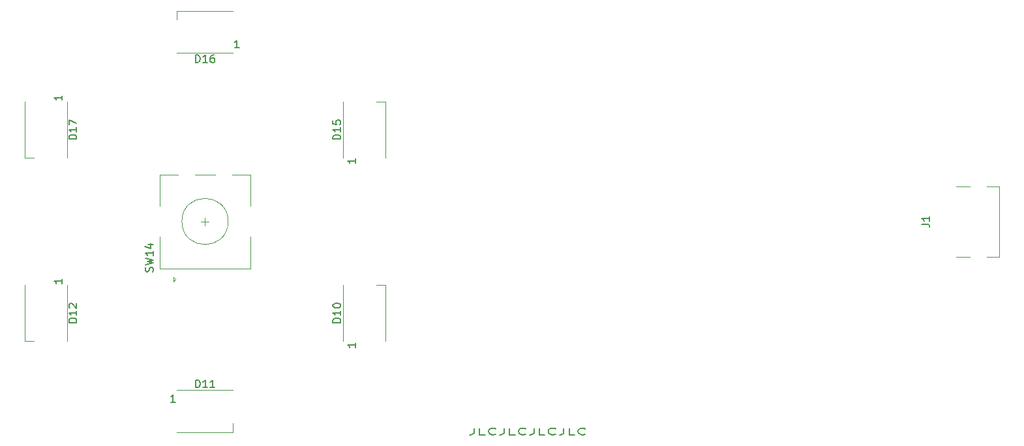
<source format=gto>
G04 #@! TF.GenerationSoftware,KiCad,Pcbnew,7.0.1*
G04 #@! TF.CreationDate,2023-04-28T03:37:42-07:00*
G04 #@! TF.ProjectId,jam-pad,6a616d2d-7061-4642-9e6b-696361645f70,rev?*
G04 #@! TF.SameCoordinates,Original*
G04 #@! TF.FileFunction,Legend,Top*
G04 #@! TF.FilePolarity,Positive*
%FSLAX46Y46*%
G04 Gerber Fmt 4.6, Leading zero omitted, Abs format (unit mm)*
G04 Created by KiCad (PCBNEW 7.0.1) date 2023-04-28 03:37:42*
%MOMM*%
%LPD*%
G01*
G04 APERTURE LIST*
%ADD10C,0.187500*%
%ADD11C,0.150000*%
%ADD12C,0.120000*%
G04 APERTURE END LIST*
D10*
X95247202Y-80847121D02*
X95247202Y-81425692D01*
X95247202Y-81425692D02*
X95175297Y-81541407D01*
X95175297Y-81541407D02*
X95031488Y-81618550D01*
X95031488Y-81618550D02*
X94815773Y-81657121D01*
X94815773Y-81657121D02*
X94671964Y-81657121D01*
X96685297Y-81657121D02*
X95966249Y-81657121D01*
X95966249Y-81657121D02*
X95966249Y-80847121D01*
X98051487Y-81579978D02*
X97979583Y-81618550D01*
X97979583Y-81618550D02*
X97763868Y-81657121D01*
X97763868Y-81657121D02*
X97620059Y-81657121D01*
X97620059Y-81657121D02*
X97404345Y-81618550D01*
X97404345Y-81618550D02*
X97260535Y-81541407D01*
X97260535Y-81541407D02*
X97188630Y-81464264D01*
X97188630Y-81464264D02*
X97116726Y-81309978D01*
X97116726Y-81309978D02*
X97116726Y-81194264D01*
X97116726Y-81194264D02*
X97188630Y-81039978D01*
X97188630Y-81039978D02*
X97260535Y-80962835D01*
X97260535Y-80962835D02*
X97404345Y-80885692D01*
X97404345Y-80885692D02*
X97620059Y-80847121D01*
X97620059Y-80847121D02*
X97763868Y-80847121D01*
X97763868Y-80847121D02*
X97979583Y-80885692D01*
X97979583Y-80885692D02*
X98051487Y-80924264D01*
X99130059Y-80847121D02*
X99130059Y-81425692D01*
X99130059Y-81425692D02*
X99058154Y-81541407D01*
X99058154Y-81541407D02*
X98914345Y-81618550D01*
X98914345Y-81618550D02*
X98698630Y-81657121D01*
X98698630Y-81657121D02*
X98554821Y-81657121D01*
X100568154Y-81657121D02*
X99849106Y-81657121D01*
X99849106Y-81657121D02*
X99849106Y-80847121D01*
X101934344Y-81579978D02*
X101862440Y-81618550D01*
X101862440Y-81618550D02*
X101646725Y-81657121D01*
X101646725Y-81657121D02*
X101502916Y-81657121D01*
X101502916Y-81657121D02*
X101287202Y-81618550D01*
X101287202Y-81618550D02*
X101143392Y-81541407D01*
X101143392Y-81541407D02*
X101071487Y-81464264D01*
X101071487Y-81464264D02*
X100999583Y-81309978D01*
X100999583Y-81309978D02*
X100999583Y-81194264D01*
X100999583Y-81194264D02*
X101071487Y-81039978D01*
X101071487Y-81039978D02*
X101143392Y-80962835D01*
X101143392Y-80962835D02*
X101287202Y-80885692D01*
X101287202Y-80885692D02*
X101502916Y-80847121D01*
X101502916Y-80847121D02*
X101646725Y-80847121D01*
X101646725Y-80847121D02*
X101862440Y-80885692D01*
X101862440Y-80885692D02*
X101934344Y-80924264D01*
X103012916Y-80847121D02*
X103012916Y-81425692D01*
X103012916Y-81425692D02*
X102941011Y-81541407D01*
X102941011Y-81541407D02*
X102797202Y-81618550D01*
X102797202Y-81618550D02*
X102581487Y-81657121D01*
X102581487Y-81657121D02*
X102437678Y-81657121D01*
X104451011Y-81657121D02*
X103731963Y-81657121D01*
X103731963Y-81657121D02*
X103731963Y-80847121D01*
X105817201Y-81579978D02*
X105745297Y-81618550D01*
X105745297Y-81618550D02*
X105529582Y-81657121D01*
X105529582Y-81657121D02*
X105385773Y-81657121D01*
X105385773Y-81657121D02*
X105170059Y-81618550D01*
X105170059Y-81618550D02*
X105026249Y-81541407D01*
X105026249Y-81541407D02*
X104954344Y-81464264D01*
X104954344Y-81464264D02*
X104882440Y-81309978D01*
X104882440Y-81309978D02*
X104882440Y-81194264D01*
X104882440Y-81194264D02*
X104954344Y-81039978D01*
X104954344Y-81039978D02*
X105026249Y-80962835D01*
X105026249Y-80962835D02*
X105170059Y-80885692D01*
X105170059Y-80885692D02*
X105385773Y-80847121D01*
X105385773Y-80847121D02*
X105529582Y-80847121D01*
X105529582Y-80847121D02*
X105745297Y-80885692D01*
X105745297Y-80885692D02*
X105817201Y-80924264D01*
X106895773Y-80847121D02*
X106895773Y-81425692D01*
X106895773Y-81425692D02*
X106823868Y-81541407D01*
X106823868Y-81541407D02*
X106680059Y-81618550D01*
X106680059Y-81618550D02*
X106464344Y-81657121D01*
X106464344Y-81657121D02*
X106320535Y-81657121D01*
X108333868Y-81657121D02*
X107614820Y-81657121D01*
X107614820Y-81657121D02*
X107614820Y-80847121D01*
X109700058Y-81579978D02*
X109628154Y-81618550D01*
X109628154Y-81618550D02*
X109412439Y-81657121D01*
X109412439Y-81657121D02*
X109268630Y-81657121D01*
X109268630Y-81657121D02*
X109052916Y-81618550D01*
X109052916Y-81618550D02*
X108909106Y-81541407D01*
X108909106Y-81541407D02*
X108837201Y-81464264D01*
X108837201Y-81464264D02*
X108765297Y-81309978D01*
X108765297Y-81309978D02*
X108765297Y-81194264D01*
X108765297Y-81194264D02*
X108837201Y-81039978D01*
X108837201Y-81039978D02*
X108909106Y-80962835D01*
X108909106Y-80962835D02*
X109052916Y-80885692D01*
X109052916Y-80885692D02*
X109268630Y-80847121D01*
X109268630Y-80847121D02*
X109412439Y-80847121D01*
X109412439Y-80847121D02*
X109628154Y-80885692D01*
X109628154Y-80885692D02*
X109700058Y-80924264D01*
D11*
G04 #@! TO.C,SW14*
X53540000Y-60484523D02*
X53587619Y-60341666D01*
X53587619Y-60341666D02*
X53587619Y-60103571D01*
X53587619Y-60103571D02*
X53540000Y-60008333D01*
X53540000Y-60008333D02*
X53492380Y-59960714D01*
X53492380Y-59960714D02*
X53397142Y-59913095D01*
X53397142Y-59913095D02*
X53301904Y-59913095D01*
X53301904Y-59913095D02*
X53206666Y-59960714D01*
X53206666Y-59960714D02*
X53159047Y-60008333D01*
X53159047Y-60008333D02*
X53111428Y-60103571D01*
X53111428Y-60103571D02*
X53063809Y-60294047D01*
X53063809Y-60294047D02*
X53016190Y-60389285D01*
X53016190Y-60389285D02*
X52968571Y-60436904D01*
X52968571Y-60436904D02*
X52873333Y-60484523D01*
X52873333Y-60484523D02*
X52778095Y-60484523D01*
X52778095Y-60484523D02*
X52682857Y-60436904D01*
X52682857Y-60436904D02*
X52635238Y-60389285D01*
X52635238Y-60389285D02*
X52587619Y-60294047D01*
X52587619Y-60294047D02*
X52587619Y-60055952D01*
X52587619Y-60055952D02*
X52635238Y-59913095D01*
X52587619Y-59579761D02*
X53587619Y-59341666D01*
X53587619Y-59341666D02*
X52873333Y-59151190D01*
X52873333Y-59151190D02*
X53587619Y-58960714D01*
X53587619Y-58960714D02*
X52587619Y-58722619D01*
X53587619Y-57817857D02*
X53587619Y-58389285D01*
X53587619Y-58103571D02*
X52587619Y-58103571D01*
X52587619Y-58103571D02*
X52730476Y-58198809D01*
X52730476Y-58198809D02*
X52825714Y-58294047D01*
X52825714Y-58294047D02*
X52873333Y-58389285D01*
X52920952Y-56960714D02*
X53587619Y-56960714D01*
X52540000Y-57198809D02*
X53254285Y-57436904D01*
X53254285Y-57436904D02*
X53254285Y-56817857D01*
G04 #@! TO.C,J1*
X153374494Y-54308333D02*
X154088779Y-54308333D01*
X154088779Y-54308333D02*
X154231636Y-54355952D01*
X154231636Y-54355952D02*
X154326875Y-54451190D01*
X154326875Y-54451190D02*
X154374494Y-54594047D01*
X154374494Y-54594047D02*
X154374494Y-54689285D01*
X154374494Y-53308333D02*
X154374494Y-53879761D01*
X154374494Y-53594047D02*
X153374494Y-53594047D01*
X153374494Y-53594047D02*
X153517351Y-53689285D01*
X153517351Y-53689285D02*
X153612589Y-53784523D01*
X153612589Y-53784523D02*
X153660208Y-53879761D01*
G04 #@! TO.C,D16*
X59110714Y-33331369D02*
X59110714Y-32331369D01*
X59110714Y-32331369D02*
X59348809Y-32331369D01*
X59348809Y-32331369D02*
X59491666Y-32378988D01*
X59491666Y-32378988D02*
X59586904Y-32474226D01*
X59586904Y-32474226D02*
X59634523Y-32569464D01*
X59634523Y-32569464D02*
X59682142Y-32759940D01*
X59682142Y-32759940D02*
X59682142Y-32902797D01*
X59682142Y-32902797D02*
X59634523Y-33093273D01*
X59634523Y-33093273D02*
X59586904Y-33188511D01*
X59586904Y-33188511D02*
X59491666Y-33283750D01*
X59491666Y-33283750D02*
X59348809Y-33331369D01*
X59348809Y-33331369D02*
X59110714Y-33331369D01*
X60634523Y-33331369D02*
X60063095Y-33331369D01*
X60348809Y-33331369D02*
X60348809Y-32331369D01*
X60348809Y-32331369D02*
X60253571Y-32474226D01*
X60253571Y-32474226D02*
X60158333Y-32569464D01*
X60158333Y-32569464D02*
X60063095Y-32617083D01*
X61491666Y-32331369D02*
X61301190Y-32331369D01*
X61301190Y-32331369D02*
X61205952Y-32378988D01*
X61205952Y-32378988D02*
X61158333Y-32426607D01*
X61158333Y-32426607D02*
X61063095Y-32569464D01*
X61063095Y-32569464D02*
X61015476Y-32759940D01*
X61015476Y-32759940D02*
X61015476Y-33140892D01*
X61015476Y-33140892D02*
X61063095Y-33236130D01*
X61063095Y-33236130D02*
X61110714Y-33283750D01*
X61110714Y-33283750D02*
X61205952Y-33331369D01*
X61205952Y-33331369D02*
X61396428Y-33331369D01*
X61396428Y-33331369D02*
X61491666Y-33283750D01*
X61491666Y-33283750D02*
X61539285Y-33236130D01*
X61539285Y-33236130D02*
X61586904Y-33140892D01*
X61586904Y-33140892D02*
X61586904Y-32902797D01*
X61586904Y-32902797D02*
X61539285Y-32807559D01*
X61539285Y-32807559D02*
X61491666Y-32759940D01*
X61491666Y-32759940D02*
X61396428Y-32712321D01*
X61396428Y-32712321D02*
X61205952Y-32712321D01*
X61205952Y-32712321D02*
X61110714Y-32759940D01*
X61110714Y-32759940D02*
X61063095Y-32807559D01*
X61063095Y-32807559D02*
X61015476Y-32902797D01*
X64760714Y-31431369D02*
X64189286Y-31431369D01*
X64475000Y-31431369D02*
X64475000Y-30431369D01*
X64475000Y-30431369D02*
X64379762Y-30574226D01*
X64379762Y-30574226D02*
X64284524Y-30669464D01*
X64284524Y-30669464D02*
X64189286Y-30717083D01*
G04 #@! TO.C,D17*
X43650119Y-43283035D02*
X42650119Y-43283035D01*
X42650119Y-43283035D02*
X42650119Y-43044940D01*
X42650119Y-43044940D02*
X42697738Y-42902083D01*
X42697738Y-42902083D02*
X42792976Y-42806845D01*
X42792976Y-42806845D02*
X42888214Y-42759226D01*
X42888214Y-42759226D02*
X43078690Y-42711607D01*
X43078690Y-42711607D02*
X43221547Y-42711607D01*
X43221547Y-42711607D02*
X43412023Y-42759226D01*
X43412023Y-42759226D02*
X43507261Y-42806845D01*
X43507261Y-42806845D02*
X43602500Y-42902083D01*
X43602500Y-42902083D02*
X43650119Y-43044940D01*
X43650119Y-43044940D02*
X43650119Y-43283035D01*
X43650119Y-41759226D02*
X43650119Y-42330654D01*
X43650119Y-42044940D02*
X42650119Y-42044940D01*
X42650119Y-42044940D02*
X42792976Y-42140178D01*
X42792976Y-42140178D02*
X42888214Y-42235416D01*
X42888214Y-42235416D02*
X42935833Y-42330654D01*
X42650119Y-41425892D02*
X42650119Y-40759226D01*
X42650119Y-40759226D02*
X43650119Y-41187797D01*
X41750119Y-37633035D02*
X41750119Y-38204463D01*
X41750119Y-37918749D02*
X40750119Y-37918749D01*
X40750119Y-37918749D02*
X40892976Y-38013987D01*
X40892976Y-38013987D02*
X40988214Y-38109225D01*
X40988214Y-38109225D02*
X41035833Y-38204463D01*
G04 #@! TO.C,D12*
X43650119Y-67095535D02*
X42650119Y-67095535D01*
X42650119Y-67095535D02*
X42650119Y-66857440D01*
X42650119Y-66857440D02*
X42697738Y-66714583D01*
X42697738Y-66714583D02*
X42792976Y-66619345D01*
X42792976Y-66619345D02*
X42888214Y-66571726D01*
X42888214Y-66571726D02*
X43078690Y-66524107D01*
X43078690Y-66524107D02*
X43221547Y-66524107D01*
X43221547Y-66524107D02*
X43412023Y-66571726D01*
X43412023Y-66571726D02*
X43507261Y-66619345D01*
X43507261Y-66619345D02*
X43602500Y-66714583D01*
X43602500Y-66714583D02*
X43650119Y-66857440D01*
X43650119Y-66857440D02*
X43650119Y-67095535D01*
X43650119Y-65571726D02*
X43650119Y-66143154D01*
X43650119Y-65857440D02*
X42650119Y-65857440D01*
X42650119Y-65857440D02*
X42792976Y-65952678D01*
X42792976Y-65952678D02*
X42888214Y-66047916D01*
X42888214Y-66047916D02*
X42935833Y-66143154D01*
X42745357Y-65190773D02*
X42697738Y-65143154D01*
X42697738Y-65143154D02*
X42650119Y-65047916D01*
X42650119Y-65047916D02*
X42650119Y-64809821D01*
X42650119Y-64809821D02*
X42697738Y-64714583D01*
X42697738Y-64714583D02*
X42745357Y-64666964D01*
X42745357Y-64666964D02*
X42840595Y-64619345D01*
X42840595Y-64619345D02*
X42935833Y-64619345D01*
X42935833Y-64619345D02*
X43078690Y-64666964D01*
X43078690Y-64666964D02*
X43650119Y-65238392D01*
X43650119Y-65238392D02*
X43650119Y-64619345D01*
X41750119Y-61445535D02*
X41750119Y-62016963D01*
X41750119Y-61731249D02*
X40750119Y-61731249D01*
X40750119Y-61731249D02*
X40892976Y-61826487D01*
X40892976Y-61826487D02*
X40988214Y-61921725D01*
X40988214Y-61921725D02*
X41035833Y-62016963D01*
G04 #@! TO.C,D10*
X77925119Y-67095535D02*
X76925119Y-67095535D01*
X76925119Y-67095535D02*
X76925119Y-66857440D01*
X76925119Y-66857440D02*
X76972738Y-66714583D01*
X76972738Y-66714583D02*
X77067976Y-66619345D01*
X77067976Y-66619345D02*
X77163214Y-66571726D01*
X77163214Y-66571726D02*
X77353690Y-66524107D01*
X77353690Y-66524107D02*
X77496547Y-66524107D01*
X77496547Y-66524107D02*
X77687023Y-66571726D01*
X77687023Y-66571726D02*
X77782261Y-66619345D01*
X77782261Y-66619345D02*
X77877500Y-66714583D01*
X77877500Y-66714583D02*
X77925119Y-66857440D01*
X77925119Y-66857440D02*
X77925119Y-67095535D01*
X77925119Y-65571726D02*
X77925119Y-66143154D01*
X77925119Y-65857440D02*
X76925119Y-65857440D01*
X76925119Y-65857440D02*
X77067976Y-65952678D01*
X77067976Y-65952678D02*
X77163214Y-66047916D01*
X77163214Y-66047916D02*
X77210833Y-66143154D01*
X76925119Y-64952678D02*
X76925119Y-64857440D01*
X76925119Y-64857440D02*
X76972738Y-64762202D01*
X76972738Y-64762202D02*
X77020357Y-64714583D01*
X77020357Y-64714583D02*
X77115595Y-64666964D01*
X77115595Y-64666964D02*
X77306071Y-64619345D01*
X77306071Y-64619345D02*
X77544166Y-64619345D01*
X77544166Y-64619345D02*
X77734642Y-64666964D01*
X77734642Y-64666964D02*
X77829880Y-64714583D01*
X77829880Y-64714583D02*
X77877500Y-64762202D01*
X77877500Y-64762202D02*
X77925119Y-64857440D01*
X77925119Y-64857440D02*
X77925119Y-64952678D01*
X77925119Y-64952678D02*
X77877500Y-65047916D01*
X77877500Y-65047916D02*
X77829880Y-65095535D01*
X77829880Y-65095535D02*
X77734642Y-65143154D01*
X77734642Y-65143154D02*
X77544166Y-65190773D01*
X77544166Y-65190773D02*
X77306071Y-65190773D01*
X77306071Y-65190773D02*
X77115595Y-65143154D01*
X77115595Y-65143154D02*
X77020357Y-65095535D01*
X77020357Y-65095535D02*
X76972738Y-65047916D01*
X76972738Y-65047916D02*
X76925119Y-64952678D01*
X79825119Y-69745535D02*
X79825119Y-70316963D01*
X79825119Y-70031249D02*
X78825119Y-70031249D01*
X78825119Y-70031249D02*
X78967976Y-70126487D01*
X78967976Y-70126487D02*
X79063214Y-70221725D01*
X79063214Y-70221725D02*
X79110833Y-70316963D01*
G04 #@! TO.C,D15*
X77925119Y-43283035D02*
X76925119Y-43283035D01*
X76925119Y-43283035D02*
X76925119Y-43044940D01*
X76925119Y-43044940D02*
X76972738Y-42902083D01*
X76972738Y-42902083D02*
X77067976Y-42806845D01*
X77067976Y-42806845D02*
X77163214Y-42759226D01*
X77163214Y-42759226D02*
X77353690Y-42711607D01*
X77353690Y-42711607D02*
X77496547Y-42711607D01*
X77496547Y-42711607D02*
X77687023Y-42759226D01*
X77687023Y-42759226D02*
X77782261Y-42806845D01*
X77782261Y-42806845D02*
X77877500Y-42902083D01*
X77877500Y-42902083D02*
X77925119Y-43044940D01*
X77925119Y-43044940D02*
X77925119Y-43283035D01*
X77925119Y-41759226D02*
X77925119Y-42330654D01*
X77925119Y-42044940D02*
X76925119Y-42044940D01*
X76925119Y-42044940D02*
X77067976Y-42140178D01*
X77067976Y-42140178D02*
X77163214Y-42235416D01*
X77163214Y-42235416D02*
X77210833Y-42330654D01*
X76925119Y-40854464D02*
X76925119Y-41330654D01*
X76925119Y-41330654D02*
X77401309Y-41378273D01*
X77401309Y-41378273D02*
X77353690Y-41330654D01*
X77353690Y-41330654D02*
X77306071Y-41235416D01*
X77306071Y-41235416D02*
X77306071Y-40997321D01*
X77306071Y-40997321D02*
X77353690Y-40902083D01*
X77353690Y-40902083D02*
X77401309Y-40854464D01*
X77401309Y-40854464D02*
X77496547Y-40806845D01*
X77496547Y-40806845D02*
X77734642Y-40806845D01*
X77734642Y-40806845D02*
X77829880Y-40854464D01*
X77829880Y-40854464D02*
X77877500Y-40902083D01*
X77877500Y-40902083D02*
X77925119Y-40997321D01*
X77925119Y-40997321D02*
X77925119Y-41235416D01*
X77925119Y-41235416D02*
X77877500Y-41330654D01*
X77877500Y-41330654D02*
X77829880Y-41378273D01*
X79837619Y-45815285D02*
X79837619Y-46386713D01*
X79837619Y-46100999D02*
X78837619Y-46100999D01*
X78837619Y-46100999D02*
X78980476Y-46196237D01*
X78980476Y-46196237D02*
X79075714Y-46291475D01*
X79075714Y-46291475D02*
X79123333Y-46386713D01*
G04 #@! TO.C,D11*
X59110714Y-75543869D02*
X59110714Y-74543869D01*
X59110714Y-74543869D02*
X59348809Y-74543869D01*
X59348809Y-74543869D02*
X59491666Y-74591488D01*
X59491666Y-74591488D02*
X59586904Y-74686726D01*
X59586904Y-74686726D02*
X59634523Y-74781964D01*
X59634523Y-74781964D02*
X59682142Y-74972440D01*
X59682142Y-74972440D02*
X59682142Y-75115297D01*
X59682142Y-75115297D02*
X59634523Y-75305773D01*
X59634523Y-75305773D02*
X59586904Y-75401011D01*
X59586904Y-75401011D02*
X59491666Y-75496250D01*
X59491666Y-75496250D02*
X59348809Y-75543869D01*
X59348809Y-75543869D02*
X59110714Y-75543869D01*
X60634523Y-75543869D02*
X60063095Y-75543869D01*
X60348809Y-75543869D02*
X60348809Y-74543869D01*
X60348809Y-74543869D02*
X60253571Y-74686726D01*
X60253571Y-74686726D02*
X60158333Y-74781964D01*
X60158333Y-74781964D02*
X60063095Y-74829583D01*
X61586904Y-75543869D02*
X61015476Y-75543869D01*
X61301190Y-75543869D02*
X61301190Y-74543869D01*
X61301190Y-74543869D02*
X61205952Y-74686726D01*
X61205952Y-74686726D02*
X61110714Y-74781964D01*
X61110714Y-74781964D02*
X61015476Y-74829583D01*
X56460714Y-77443869D02*
X55889286Y-77443869D01*
X56175000Y-77443869D02*
X56175000Y-76443869D01*
X56175000Y-76443869D02*
X56079762Y-76586726D01*
X56079762Y-76586726D02*
X55984524Y-76681964D01*
X55984524Y-76681964D02*
X55889286Y-76729583D01*
D12*
G04 #@! TO.C,SW14*
X56225000Y-61775000D02*
X56225000Y-61175000D01*
X56525000Y-61475000D02*
X56225000Y-61775000D01*
X56225000Y-61175000D02*
X56525000Y-61475000D01*
X54425000Y-60075000D02*
X66225000Y-60075000D01*
X54425000Y-55975000D02*
X54425000Y-60075000D01*
X66225000Y-55975000D02*
X66225000Y-60075000D01*
X60325000Y-54475000D02*
X60325000Y-53475000D01*
X59825000Y-53975000D02*
X60825000Y-53975000D01*
X54425000Y-51975000D02*
X54425000Y-47875000D01*
X54425000Y-47875000D02*
X56825000Y-47875000D01*
X59025000Y-47875000D02*
X61625000Y-47875000D01*
X63825000Y-47875000D02*
X66225000Y-47875000D01*
X66225000Y-47875000D02*
X66225000Y-51975000D01*
X63325000Y-53975000D02*
G75*
G03*
X63325000Y-53975000I-3000000J0D01*
G01*
G04 #@! TO.C,J1*
X157821875Y-58555000D02*
X159571875Y-58555000D01*
X163401875Y-58555000D02*
X161821875Y-58555000D01*
X159571875Y-49395000D02*
X157821875Y-49395000D01*
X161821875Y-49395000D02*
X163401875Y-49395000D01*
X163401875Y-49395000D02*
X163401875Y-58555000D01*
G04 #@! TO.C,D16*
X63975000Y-32118750D02*
X56675000Y-32118750D01*
X63975000Y-26618750D02*
X56675000Y-26618750D01*
X56675000Y-26618750D02*
X56675000Y-27768750D01*
G04 #@! TO.C,D17*
X42437500Y-38418750D02*
X42437500Y-45718750D01*
X36937500Y-38418750D02*
X36937500Y-45718750D01*
X36937500Y-45718750D02*
X38087500Y-45718750D01*
G04 #@! TO.C,D12*
X42437500Y-62231250D02*
X42437500Y-69531250D01*
X36937500Y-62231250D02*
X36937500Y-69531250D01*
X36937500Y-69531250D02*
X38087500Y-69531250D01*
G04 #@! TO.C,D10*
X78212500Y-69531250D02*
X78212500Y-62231250D01*
X83712500Y-69531250D02*
X83712500Y-62231250D01*
X83712500Y-62231250D02*
X82562500Y-62231250D01*
G04 #@! TO.C,D15*
X78212500Y-45718750D02*
X78212500Y-38418750D01*
X83712500Y-45718750D02*
X83712500Y-38418750D01*
X83712500Y-38418750D02*
X82562500Y-38418750D01*
G04 #@! TO.C,D11*
X56675000Y-75831250D02*
X63975000Y-75831250D01*
X56675000Y-81331250D02*
X63975000Y-81331250D01*
X63975000Y-81331250D02*
X63975000Y-80181250D01*
G04 #@! TD*
M02*

</source>
